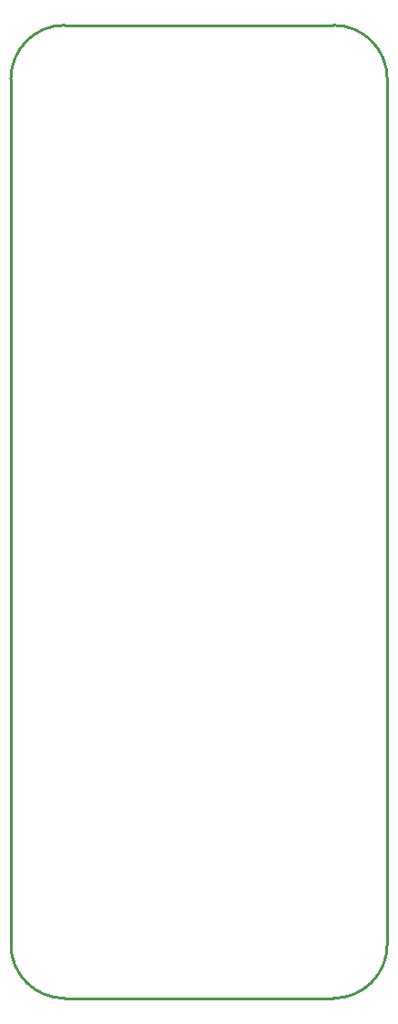
<source format=gm1>
G04*
G04 #@! TF.GenerationSoftware,Altium Limited,Altium Designer,18.1.9 (240)*
G04*
G04 Layer_Color=16711935*
%FSLAX25Y25*%
%MOIN*%
G70*
G01*
G75*
%ADD15C,0.01000*%
D15*
X152000Y-285D02*
G03*
X171685Y19400I0J19685D01*
G01*
Y336700D02*
G03*
X152000Y356385I-19685J0D01*
G01*
X33615Y19400D02*
G03*
X53300Y-285I19685J0D01*
G01*
Y356385D02*
G03*
X33615Y336700I0J-19685D01*
G01*
X53300Y-285D02*
X152000D01*
X53300Y356385D02*
X152000D01*
X171685Y19400D02*
Y336600D01*
X33615Y19400D02*
Y336700D01*
M02*

</source>
